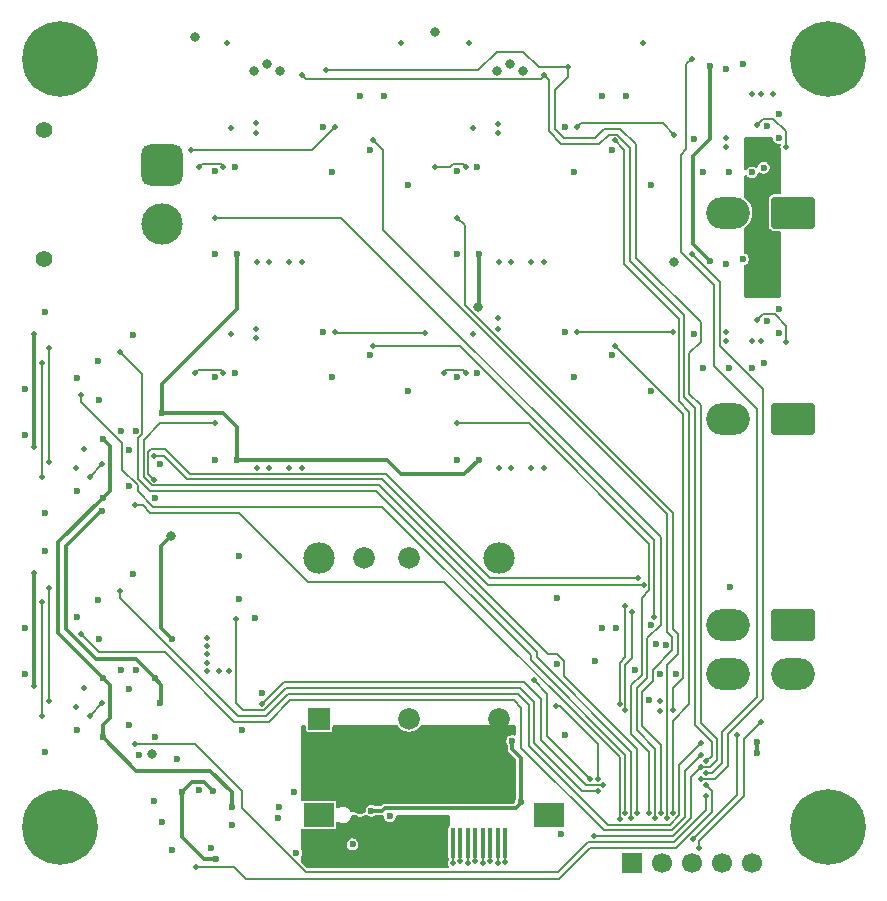
<source format=gbr>
%TF.GenerationSoftware,KiCad,Pcbnew,9.0.5*%
%TF.CreationDate,2025-12-30T00:31:24-08:00*%
%TF.ProjectId,vrb,7672622e-6b69-4636-9164-5f7063625858,rev?*%
%TF.SameCoordinates,Original*%
%TF.FileFunction,Copper,L6,Bot*%
%TF.FilePolarity,Positive*%
%FSLAX46Y46*%
G04 Gerber Fmt 4.6, Leading zero omitted, Abs format (unit mm)*
G04 Created by KiCad (PCBNEW 9.0.5) date 2025-12-30 00:31:24*
%MOMM*%
%LPD*%
G01*
G04 APERTURE LIST*
G04 Aperture macros list*
%AMRoundRect*
0 Rectangle with rounded corners*
0 $1 Rounding radius*
0 $2 $3 $4 $5 $6 $7 $8 $9 X,Y pos of 4 corners*
0 Add a 4 corners polygon primitive as box body*
4,1,4,$2,$3,$4,$5,$6,$7,$8,$9,$2,$3,0*
0 Add four circle primitives for the rounded corners*
1,1,$1+$1,$2,$3*
1,1,$1+$1,$4,$5*
1,1,$1+$1,$6,$7*
1,1,$1+$1,$8,$9*
0 Add four rect primitives between the rounded corners*
20,1,$1+$1,$2,$3,$4,$5,0*
20,1,$1+$1,$4,$5,$6,$7,0*
20,1,$1+$1,$6,$7,$8,$9,0*
20,1,$1+$1,$8,$9,$2,$3,0*%
G04 Aperture macros list end*
%TA.AperFunction,ComponentPad*%
%ADD10C,3.600000*%
%TD*%
%TA.AperFunction,ConnectorPad*%
%ADD11C,6.400000*%
%TD*%
%TA.AperFunction,ComponentPad*%
%ADD12RoundRect,0.250001X-1.599999X1.099999X-1.599999X-1.099999X1.599999X-1.099999X1.599999X1.099999X0*%
%TD*%
%TA.AperFunction,ComponentPad*%
%ADD13O,3.700000X2.700000*%
%TD*%
%TA.AperFunction,ComponentPad*%
%ADD14R,1.700000X1.700000*%
%TD*%
%TA.AperFunction,ComponentPad*%
%ADD15C,1.700000*%
%TD*%
%TA.AperFunction,ComponentPad*%
%ADD16R,1.830000X1.830000*%
%TD*%
%TA.AperFunction,ComponentPad*%
%ADD17C,1.830000*%
%TD*%
%TA.AperFunction,ComponentPad*%
%ADD18C,2.655000*%
%TD*%
%TA.AperFunction,ComponentPad*%
%ADD19C,1.400000*%
%TD*%
%TA.AperFunction,ComponentPad*%
%ADD20RoundRect,0.770000X0.980000X-0.980000X0.980000X0.980000X-0.980000X0.980000X-0.980000X-0.980000X0*%
%TD*%
%TA.AperFunction,ComponentPad*%
%ADD21C,3.500000*%
%TD*%
%TA.AperFunction,SMDPad,CuDef*%
%ADD22R,0.350000X2.500000*%
%TD*%
%TA.AperFunction,SMDPad,CuDef*%
%ADD23R,2.500000X2.000000*%
%TD*%
%TA.AperFunction,ViaPad*%
%ADD24C,0.500000*%
%TD*%
%TA.AperFunction,ViaPad*%
%ADD25C,0.600000*%
%TD*%
%TA.AperFunction,ViaPad*%
%ADD26C,0.800000*%
%TD*%
%TA.AperFunction,Conductor*%
%ADD27C,0.150000*%
%TD*%
%TA.AperFunction,Conductor*%
%ADD28C,0.300000*%
%TD*%
%TA.AperFunction,Conductor*%
%ADD29C,0.350000*%
%TD*%
%TA.AperFunction,Conductor*%
%ADD30C,0.200000*%
%TD*%
G04 APERTURE END LIST*
D10*
%TO.P,H3,1,1*%
%TO.N,GND*%
X143000000Y-130000000D03*
D11*
X143000000Y-130000000D03*
%TD*%
D12*
%TO.P,J4,1,Pin_1*%
%TO.N,GND*%
X140050000Y-78000000D03*
D13*
%TO.P,J4,2,Pin_2*%
%TO.N,/RC Radio/VOUT*%
X134550000Y-78000000D03*
%TD*%
D12*
%TO.P,J10,1,Pin_1*%
%TO.N,/CM_VOUT*%
X140000000Y-112900000D03*
D13*
%TO.P,J10,2,Pin_2*%
X140000000Y-117100000D03*
%TO.P,J10,3,Pin_3*%
%TO.N,GND*%
X134500000Y-112900000D03*
%TO.P,J10,4,Pin_4*%
X134500000Y-117100000D03*
%TD*%
D10*
%TO.P,H1,1,1*%
%TO.N,GND*%
X78000000Y-65000000D03*
D11*
X78000000Y-65000000D03*
%TD*%
D12*
%TO.P,J3,1,Pin_1*%
%TO.N,GND*%
X140050000Y-95450000D03*
D13*
%TO.P,J3,2,Pin_2*%
%TO.N,/Telemetry Radio/VOUT*%
X134550000Y-95450000D03*
%TD*%
D14*
%TO.P,J8,1,Pin_1*%
%TO.N,+3V3*%
X126420000Y-133100000D03*
D15*
%TO.P,J8,2,Pin_2*%
%TO.N,/USART1_TX_DEBUG*%
X128960000Y-133100000D03*
%TO.P,J8,3,Pin_3*%
%TO.N,/SWDIO*%
X131500000Y-133100000D03*
%TO.P,J8,4,Pin_4*%
%TO.N,/SWCLK*%
X134040000Y-133100000D03*
%TO.P,J8,5,Pin_5*%
%TO.N,GND*%
X136580000Y-133100000D03*
%TD*%
D10*
%TO.P,H2,1,1*%
%TO.N,GND*%
X143000000Y-65000000D03*
D11*
X143000000Y-65000000D03*
%TD*%
D16*
%TO.P,U12,1,VIN+*%
%TO.N,+BATT*%
X99931474Y-120850000D03*
D17*
%TO.P,U12,2,ON*%
%TO.N,/CM_EN*%
X107551474Y-120850000D03*
%TO.P,U12,3,VIN-*%
%TO.N,GND*%
X115171474Y-120850000D03*
D18*
%TO.P,U12,4,VOUT-*%
%TO.N,Net-(U12-VOUT-)*%
X115171474Y-107250000D03*
D17*
%TO.P,U12,6,TRIM*%
%TO.N,Net-(U12-TRIM)*%
X107551474Y-107250000D03*
%TO.P,U12,7,SENSE*%
%TO.N,/Compute Module Domain/ISENSE+*%
X103741474Y-107250000D03*
D18*
%TO.P,U12,8,VOUT+*%
X99931474Y-107250000D03*
%TD*%
D19*
%TO.P,J11,*%
%TO.N,*%
X76600000Y-81976750D03*
X76600000Y-70976750D03*
D20*
%TO.P,J11,1,Pin_1*%
%TO.N,+BATT*%
X86600000Y-73976750D03*
D21*
%TO.P,J11,2,Pin_2*%
%TO.N,GND*%
X86600000Y-78976750D03*
%TD*%
D10*
%TO.P,H4,1,1*%
%TO.N,GND*%
X78000000Y-130000000D03*
D11*
X78000000Y-130000000D03*
%TD*%
D22*
%TO.P,J12,1,Pin_1*%
%TO.N,GND*%
X103618610Y-126650000D03*
%TO.P,J12,2,Pin_2*%
X104253610Y-126650000D03*
%TO.P,J12,3,Pin_3*%
X104888610Y-126650000D03*
%TO.P,J12,4,Pin_4*%
X105523610Y-126650000D03*
%TO.P,J12,5,Pin_5*%
X106158610Y-126650000D03*
%TO.P,J12,6,Pin_6*%
X106793610Y-126650000D03*
%TO.P,J12,7,Pin_7*%
X107428610Y-126650000D03*
%TO.P,J12,8,Pin_8*%
X108063610Y-126650000D03*
%TO.P,J12,9,Pin_9*%
X108698610Y-126650000D03*
%TO.P,J12,10,Pin_10*%
X109333610Y-126650000D03*
%TO.P,J12,11,Pin_11*%
X109968610Y-126650000D03*
%TO.P,J12,12,Pin_12*%
X110603610Y-126650000D03*
%TO.P,J12,13,Pin_13*%
X111238610Y-126650000D03*
%TO.P,J12,14,Pin_14*%
X111873610Y-126650000D03*
%TO.P,J12,15,Pin_15*%
X112508610Y-126650000D03*
%TO.P,J12,16,Pin_16*%
X113143610Y-126650000D03*
%TO.P,J12,17,Pin_17*%
X113778610Y-126650000D03*
%TO.P,J12,18,Pin_18*%
X114413610Y-126650000D03*
%TO.P,J12,19,Pin_19*%
X115048610Y-126650000D03*
%TO.P,J12,20,Pin_20*%
X115683610Y-126650000D03*
%TO.P,J12,21,Pin_21*%
%TO.N,+BATT*%
X103618610Y-131350000D03*
%TO.P,J12,22,Pin_22*%
X104253610Y-131350000D03*
%TO.P,J12,23,Pin_23*%
X104888610Y-131350000D03*
%TO.P,J12,24,Pin_24*%
X105523610Y-131350000D03*
%TO.P,J12,25,Pin_25*%
X106158610Y-131350000D03*
%TO.P,J12,26,Pin_26*%
X106793610Y-131350000D03*
%TO.P,J12,27,Pin_27*%
X107428610Y-131350000D03*
%TO.P,J12,28,Pin_28*%
X108063610Y-131350000D03*
%TO.P,J12,29,Pin_29*%
X108698610Y-131350000D03*
%TO.P,J12,30,Pin_30*%
X109333610Y-131350000D03*
%TO.P,J12,31,Pin_31*%
X109968610Y-131350000D03*
%TO.P,J12,32,Pin_32*%
X110603610Y-131350000D03*
%TO.P,J12,33,Pin_33*%
%TO.N,/IESC1*%
X111238610Y-131350000D03*
%TO.P,J12,34,Pin_34*%
%TO.N,/IESC2*%
X111873610Y-131350000D03*
%TO.P,J12,35,Pin_35*%
%TO.N,/IESC3*%
X112508610Y-131350000D03*
%TO.P,J12,36,Pin_36*%
%TO.N,/IESC4*%
X113143610Y-131350000D03*
%TO.P,J12,37,Pin_37*%
%TO.N,/IPAYLOAD*%
X113778610Y-131350000D03*
%TO.P,J12,38,Pin_38*%
%TO.N,/RESV0*%
X114413610Y-131350000D03*
%TO.P,J12,39,Pin_39*%
%TO.N,/RESV1*%
X115048610Y-131350000D03*
%TO.P,J12,40,Pin_40*%
%TO.N,/RESV2*%
X115683610Y-131350000D03*
D23*
%TO.P,J12,P1*%
%TO.N,N/C*%
X99916130Y-129000000D03*
%TO.P,J12,P2*%
X119386090Y-129000000D03*
%TD*%
D24*
%TO.N,/I2C3_SCL_SMBUS*%
X100475000Y-65950000D03*
%TO.N,/I2C3_SDA_SMBUS*%
X98450000Y-66350000D03*
D25*
%TO.N,GND*%
X91125000Y-98950000D03*
X98000000Y-132200000D03*
X135800000Y-81950000D03*
D24*
X97375000Y-82200000D03*
D26*
X94400000Y-66000000D03*
D25*
X79380000Y-92006000D03*
D24*
X117875000Y-82200000D03*
D25*
X104225000Y-90100000D03*
X107475000Y-93100000D03*
X76686842Y-123686000D03*
X120755000Y-88150000D03*
D26*
X108400000Y-122600000D03*
X107000000Y-122600000D03*
D25*
X100975000Y-91950000D03*
X76686842Y-106650000D03*
D24*
X118975000Y-99600000D03*
D26*
X102200000Y-126200000D03*
D25*
X93400000Y-121850000D03*
X127975000Y-75700000D03*
X93100000Y-110750000D03*
X134400000Y-82350000D03*
X127850000Y-119300000D03*
X92770000Y-74150000D03*
X107475000Y-75700000D03*
X91125000Y-81550000D03*
D26*
X102200000Y-127200000D03*
D24*
X79986842Y-118236000D03*
D26*
X102800000Y-122600000D03*
D25*
X79380000Y-121850000D03*
X134400000Y-65837500D03*
D24*
X117875000Y-99600000D03*
D25*
X128450000Y-114500000D03*
X138825000Y-88170000D03*
X83780000Y-98106000D03*
X81180000Y-90556000D03*
X125050000Y-113200000D03*
X85950000Y-127850000D03*
X132450000Y-91125000D03*
X100975000Y-74550000D03*
D26*
X100800000Y-127200000D03*
D24*
X98475000Y-82200000D03*
D26*
X104200000Y-122600000D03*
D24*
X79337176Y-119900000D03*
D25*
X113270000Y-74150000D03*
D26*
X111200000Y-122600000D03*
D25*
X91125000Y-91900000D03*
X74986842Y-92942000D03*
X92770000Y-91550000D03*
X102750000Y-131500000D03*
X113270000Y-91550000D03*
X128777834Y-117075000D03*
X103400000Y-128650000D03*
D26*
X116100000Y-65400000D03*
D25*
X111625000Y-74500000D03*
X85980000Y-122400000D03*
X120400000Y-130600000D03*
D26*
X114000000Y-122600000D03*
D25*
X124725000Y-72700000D03*
X81180000Y-110800000D03*
X95076474Y-118650000D03*
D26*
X99400000Y-127200000D03*
D25*
X134600000Y-74612500D03*
X111625000Y-98950000D03*
X129250000Y-114600000D03*
X128000000Y-112900000D03*
D26*
X96600000Y-66000000D03*
D25*
X81280000Y-114100000D03*
X85980000Y-102156000D03*
X138825000Y-86145000D03*
X123300000Y-116000000D03*
X74986842Y-113186000D03*
X92500000Y-129900000D03*
X87500000Y-131950000D03*
X81280000Y-93856000D03*
X96400000Y-129300000D03*
D26*
X109800000Y-122600000D03*
D25*
X104225000Y-72700000D03*
X121475000Y-74550000D03*
X137549277Y-74197464D03*
D24*
X92125000Y-63650000D03*
X79986842Y-97992000D03*
D25*
X120755000Y-70750000D03*
X137549277Y-90709964D03*
D26*
X89400000Y-63100000D03*
D24*
X97375000Y-99600000D03*
D25*
X91125000Y-74500000D03*
X130100000Y-117100000D03*
X83180000Y-116750000D03*
X135800000Y-65437500D03*
D24*
X118975000Y-82200000D03*
D25*
X94500000Y-112350000D03*
D26*
X117200000Y-66000000D03*
D25*
X76686842Y-86406000D03*
X93100000Y-107100000D03*
D24*
X98475000Y-99600000D03*
D25*
X79380000Y-112250000D03*
X111625000Y-91900000D03*
X136550000Y-91125000D03*
X83780000Y-118350000D03*
X120082174Y-116198290D03*
X90775000Y-131800000D03*
X105900000Y-129100000D03*
X124725000Y-90100000D03*
X97750000Y-127050000D03*
D26*
X112600000Y-122600000D03*
D25*
X83780000Y-101156000D03*
D26*
X99400000Y-126200000D03*
D25*
X76686842Y-103442000D03*
X136550000Y-74612500D03*
X84380000Y-116750000D03*
X138825000Y-69632500D03*
D26*
X95500000Y-65400000D03*
D25*
X89785000Y-126900000D03*
D26*
X105600000Y-122600000D03*
D24*
X79337176Y-99656000D03*
D25*
X74986842Y-96842000D03*
X132450000Y-74612500D03*
D26*
X115000000Y-66000000D03*
X109700000Y-62700000D03*
D25*
X111625000Y-81550000D03*
X74986842Y-117086000D03*
X100255000Y-88150000D03*
X84160000Y-108598254D03*
X100255000Y-70750000D03*
X79380000Y-101606000D03*
X131650000Y-71737500D03*
X121475000Y-91950000D03*
X134700000Y-109700000D03*
X126650000Y-116700000D03*
X84160000Y-88354254D03*
D26*
X100800000Y-126200000D03*
D25*
X138825000Y-71657500D03*
X120100000Y-110600000D03*
D24*
X127325000Y-63650000D03*
X106825000Y-63650000D03*
X112625000Y-63650000D03*
D25*
X134600000Y-91125000D03*
X127975000Y-93100000D03*
X83180000Y-96506000D03*
X131650000Y-88250000D03*
X83780000Y-121400000D03*
X84380000Y-96506000D03*
%TO.N,VBUS1*%
X87500000Y-114150000D03*
D26*
X87400000Y-105400000D03*
D25*
X90900000Y-126950000D03*
D26*
X85800000Y-123825000D03*
D25*
X88300000Y-127050000D03*
X91150000Y-132700000D03*
%TO.N,+3V3*%
X117000000Y-127950000D03*
D24*
X128800000Y-120200000D03*
D25*
X113425000Y-98950000D03*
D26*
X113400000Y-86000000D03*
D25*
X137000000Y-122800000D03*
X92500000Y-128350000D03*
X81580000Y-102156000D03*
X86600000Y-95000000D03*
X133050000Y-65607500D03*
D24*
X128800000Y-119400000D03*
D25*
X113425000Y-81550000D03*
X120750000Y-122200000D03*
X137000000Y-123800000D03*
D26*
X130000000Y-82200000D03*
D25*
X81580000Y-97156000D03*
X116250000Y-122750000D03*
X92925000Y-81550000D03*
X104350000Y-128650000D03*
X123850000Y-113200000D03*
X133050000Y-82120000D03*
X92925000Y-98950000D03*
X96550000Y-128350000D03*
X81580000Y-117400000D03*
X81580000Y-122400000D03*
%TO.N,+5V*%
X86430000Y-119550000D03*
X85980000Y-117400000D03*
X81500000Y-103300000D03*
X84650000Y-123900000D03*
X86430000Y-99306000D03*
D24*
%TO.N,+BATT*%
X101600000Y-133200000D03*
X95675000Y-99600000D03*
X112970000Y-88262500D03*
X92470000Y-70862500D03*
X94675000Y-82200000D03*
X116175000Y-82200000D03*
X105600000Y-133200000D03*
D26*
X100400000Y-131000000D03*
D24*
X115175000Y-82200000D03*
D26*
X99200000Y-132200000D03*
D24*
X102600000Y-133200000D03*
X116175000Y-99600000D03*
X94675000Y-99600000D03*
X115175000Y-99600000D03*
X95675000Y-82200000D03*
D26*
X101600000Y-132200000D03*
D24*
X112970000Y-70862500D03*
X99200000Y-133200000D03*
D26*
X101600000Y-131000000D03*
D24*
X103600000Y-133200000D03*
X104600000Y-133200000D03*
D26*
X100400000Y-132200000D03*
D24*
X92470000Y-88262500D03*
X100400000Y-133200000D03*
D26*
X99200000Y-131000000D03*
D24*
%TO.N,/FMU1_VOUT*%
X94550000Y-70450000D03*
D25*
X105400000Y-68100000D03*
D24*
X94550000Y-71250000D03*
D25*
X103400000Y-68100000D03*
%TO.N,/FMU2_VOUT*%
X123900000Y-68100000D03*
D24*
X136600000Y-67987500D03*
X138350000Y-67987500D03*
D25*
X125900000Y-68100000D03*
D24*
X137300000Y-67987500D03*
X115050000Y-71300000D03*
D25*
X137850000Y-70687500D03*
D24*
X115050000Y-70500000D03*
%TO.N,/RADIO_VOUT*%
X115050000Y-87850000D03*
X137300000Y-84500000D03*
X136600000Y-84500000D03*
X115050000Y-86950000D03*
X136600000Y-72337500D03*
X138350000Y-84500000D03*
X138350000Y-72337500D03*
D25*
X137850000Y-87200000D03*
D24*
X137300000Y-72337500D03*
%TO.N,/RADAR_VOUT*%
X94550000Y-88650000D03*
X136600000Y-88850000D03*
X137300000Y-88850000D03*
X94550000Y-87900000D03*
%TO.N,/CM_VOUT*%
X90400000Y-115400000D03*
X90400000Y-114700000D03*
X90400000Y-116800000D03*
X91400000Y-116800000D03*
X90400000Y-114000000D03*
X92300000Y-116800000D03*
X90400000Y-116100000D03*
%TO.N,/CAN2_STATUS*%
X79780000Y-113700000D03*
X132250000Y-123950000D03*
%TO.N,/FMU1_STATUS*%
X128850000Y-128850000D03*
X104450000Y-71900000D03*
%TO.N,/FMU2_STATUS*%
X124950000Y-71900000D03*
X129850000Y-128850000D03*
%TO.N,/RADIO_STATUS*%
X129850000Y-120100000D03*
X124950000Y-89300000D03*
%TO.N,/RADAR_STATUS*%
X128282974Y-112205428D03*
X104450000Y-89300000D03*
%TO.N,/CAN1_STATUS*%
X79780000Y-93456000D03*
X125850000Y-128850000D03*
%TO.N,/CM_STATUS*%
X122850000Y-125975000D03*
X118100000Y-117600000D03*
%TO.N,/CANFD 2 (Redundant)/FDCAN_P*%
X77030000Y-109750000D03*
X77030000Y-119350000D03*
%TO.N,/CANFD 2 (Redundant)/FDCAN_N*%
X76480000Y-111000000D03*
X76480000Y-120600000D03*
X80536842Y-120600000D03*
X81572842Y-119562500D03*
D25*
%TO.N,VBUS2*%
X86650000Y-129570000D03*
X87850000Y-124300000D03*
D24*
%TO.N,/CANFD 1 (Primary)/FDCAN_P*%
X77030000Y-99106000D03*
X77030000Y-89506000D03*
%TO.N,/CANFD 1 (Primary)/FDCAN_N*%
X81572842Y-99318500D03*
X80536842Y-100356000D03*
X76480000Y-100356000D03*
X76480000Y-90756000D03*
%TO.N,/CAN2_SILENT*%
X132678030Y-127439176D03*
X84350000Y-122994000D03*
%TO.N,/CAN2_TERM*%
X132250000Y-122950000D03*
X83080000Y-110050000D03*
%TO.N,/FMU1_VSENSE*%
X89050000Y-72700000D03*
X101250000Y-70750000D03*
%TO.N,/FMU1_EN*%
X128350000Y-129300000D03*
X91125000Y-78450000D03*
%TO.N,/FMU2_VSENSE*%
X125850001Y-120134666D03*
X130000000Y-71400000D03*
X121750000Y-70750000D03*
X126400000Y-111800000D03*
%TO.N,/FMU2_EN*%
X111625000Y-78450000D03*
X129350001Y-129265334D03*
%TO.N,/RADIO_VSENSE*%
X125850000Y-111300000D03*
X121750000Y-88150000D03*
X125350000Y-119600000D03*
X129850000Y-88150000D03*
%TO.N,/RADIO_EN*%
X127850000Y-128850000D03*
X111625000Y-95850000D03*
%TO.N,/RADAR_VSENSE*%
X108850000Y-88200000D03*
X101250000Y-88150000D03*
%TO.N,/RADAR_EN*%
X91125000Y-95850000D03*
X126850000Y-128850000D03*
%TO.N,/CAN1_SILENT*%
X84350000Y-102750000D03*
X125350000Y-129350000D03*
%TO.N,/CM_VSENSE*%
X92850000Y-112450000D03*
X123534665Y-126950001D03*
%TO.N,/CAN1_TERM*%
X83080000Y-89806000D03*
X126350001Y-129265335D03*
%TO.N,/CM_EN*%
X119976474Y-119775000D03*
X123534666Y-125949999D03*
%TO.N,/CANFD 2 (Redundant)/VIN*%
X75786842Y-118100000D03*
X75786842Y-108500000D03*
%TO.N,/IESC1*%
X111244405Y-133057649D03*
%TO.N,/FMU1_ISENSE*%
X91820000Y-74150000D03*
X89750000Y-74150000D03*
%TO.N,/FMU2_ISENSE*%
X112320000Y-74150000D03*
X109700000Y-74150000D03*
%TO.N,/RADIO_ISENSE*%
X110450000Y-91550000D03*
X112320000Y-91550000D03*
%TO.N,/RADAR_ISENSE*%
X89400000Y-91550000D03*
X91820000Y-91550000D03*
%TO.N,/FDCAN1_RX*%
X85930000Y-98656000D03*
X127401000Y-109531310D03*
%TO.N,/FDCAN1_TX*%
X85930000Y-100606000D03*
X126900000Y-108950000D03*
%TO.N,/CM_ISENSE*%
X123950000Y-126450000D03*
X95100000Y-119600000D03*
%TO.N,/RC Radio/VOUT*%
X134396250Y-72446250D03*
X134400000Y-71650000D03*
%TO.N,/Telemetry Radio/VOUT*%
X134400000Y-88900000D03*
X134400000Y-88150000D03*
%TO.N,/I2C3_SCL_SMBUS*%
X132250000Y-124950000D03*
X123200000Y-130800000D03*
X120975000Y-65700000D03*
%TO.N,/I2C3_SDA_SMBUS*%
X132665335Y-124449999D03*
X131575001Y-131021015D03*
X135300000Y-122200000D03*
X118975000Y-66400000D03*
%TO.N,/TELEM_STATUS*%
X132250000Y-125950000D03*
X131450000Y-81500000D03*
%TO.N,/Telemetry Radio/OV2*%
X136997118Y-87113234D03*
X139425000Y-88950000D03*
%TO.N,/RC_STATUS*%
X132665334Y-125450001D03*
X131450000Y-64987500D03*
%TO.N,/RC Radio/OV2*%
X136997118Y-70600734D03*
X139425000Y-72437500D03*
%TO.N,/USART1_TX_DEBUG*%
X132050000Y-131775000D03*
X137300000Y-121175000D03*
%TO.N,/CANFD 1 (Primary)/VIN*%
X75786842Y-88256000D03*
X75786842Y-97856000D03*
%TO.N,/RESV0*%
X114414737Y-132909692D03*
%TO.N,/IESC3*%
X112509435Y-133053295D03*
%TO.N,/RESV1*%
X115044730Y-133069728D03*
%TO.N,/IESC4*%
X113145343Y-132918671D03*
%TO.N,/IPAYLOAD*%
X113781031Y-133054330D03*
%TO.N,/RESV2*%
X115683610Y-132950000D03*
%TO.N,/IESC2*%
X111875000Y-132900000D03*
%TO.N,/REG_STATUS*%
X132665335Y-126449999D03*
X89500000Y-133400000D03*
%TD*%
D27*
%TO.N,/I2C3_SCL_SMBUS*%
X120975000Y-65700000D02*
X118500000Y-65700000D01*
X118500000Y-65700000D02*
X117200000Y-64400000D01*
X117200000Y-64400000D02*
X114950000Y-64400000D01*
X114950000Y-64400000D02*
X113400000Y-65950000D01*
X113400000Y-65950000D02*
X100475000Y-65950000D01*
%TO.N,/I2C3_SDA_SMBUS*%
X98450000Y-66350000D02*
X98776000Y-66676000D01*
X98776000Y-66676000D02*
X118699000Y-66676000D01*
X118699000Y-66676000D02*
X118975000Y-66400000D01*
D28*
%TO.N,VBUS1*%
X88300000Y-127050000D02*
X88300000Y-130850000D01*
X88300000Y-130850000D02*
X90150000Y-132700000D01*
D29*
X90900000Y-126950000D02*
X90174000Y-126224000D01*
X89126000Y-126224000D02*
X88300000Y-127050000D01*
X87400000Y-105400000D02*
X86550000Y-106250000D01*
X90174000Y-126224000D02*
X89126000Y-126224000D01*
D28*
X90150000Y-132700000D02*
X91150000Y-132700000D01*
D29*
X86550000Y-106250000D02*
X86550000Y-113200000D01*
X86550000Y-113200000D02*
X87500000Y-114150000D01*
%TO.N,+3V3*%
X86600000Y-95000000D02*
X86600000Y-92500000D01*
X131600000Y-80670000D02*
X131600000Y-73200000D01*
X105250000Y-128650000D02*
X105476000Y-128424000D01*
X86600000Y-92500000D02*
X92925000Y-86175000D01*
X116250000Y-123400000D02*
X117000000Y-124150000D01*
X105476000Y-128424000D02*
X116576000Y-128424000D01*
X92925000Y-98950000D02*
X92925000Y-96175000D01*
X113425000Y-81550000D02*
X113425000Y-85975000D01*
X117000000Y-124150000D02*
X117000000Y-127950000D01*
X133050000Y-71750000D02*
X133050000Y-65607500D01*
X131600000Y-73200000D02*
X133050000Y-71750000D01*
X112225000Y-100150000D02*
X106850000Y-100150000D01*
X81580000Y-117380000D02*
X77800000Y-113600000D01*
X81580000Y-117400000D02*
X81580000Y-117380000D01*
X113425000Y-85975000D02*
X113400000Y-86000000D01*
X81580000Y-117400000D02*
X82198842Y-118018842D01*
X92500000Y-127100000D02*
X90650000Y-125250000D01*
X82198842Y-118018842D02*
X82198842Y-120801158D01*
X77800000Y-113600000D02*
X77800000Y-105936000D01*
X84430000Y-125250000D02*
X81580000Y-122400000D01*
X116250000Y-122750000D02*
X116250000Y-123400000D01*
X77800000Y-105936000D02*
X81580000Y-102156000D01*
X104350000Y-128650000D02*
X105250000Y-128650000D01*
X92925000Y-96175000D02*
X91750000Y-95000000D01*
X117000000Y-128000000D02*
X117000000Y-127950000D01*
X106850000Y-100150000D02*
X105650000Y-98950000D01*
X81580000Y-121420000D02*
X81580000Y-122400000D01*
X133050000Y-82120000D02*
X131600000Y-80670000D01*
X92925000Y-86175000D02*
X92925000Y-81550000D01*
X81580000Y-102156000D02*
X82198842Y-101537158D01*
X92500000Y-128350000D02*
X92500000Y-127100000D01*
X90650000Y-125250000D02*
X84430000Y-125250000D01*
X91750000Y-95000000D02*
X86600000Y-95000000D01*
X82198842Y-120801158D02*
X81580000Y-121420000D01*
X113425000Y-98950000D02*
X112225000Y-100150000D01*
X137000000Y-122800000D02*
X137000000Y-123800000D01*
X82198842Y-101537158D02*
X82198842Y-97774842D01*
X105650000Y-98950000D02*
X92925000Y-98950000D01*
X116576000Y-128424000D02*
X117000000Y-128000000D01*
X82198842Y-97774842D02*
X81580000Y-97156000D01*
%TO.N,+5V*%
X81450000Y-103300000D02*
X81500000Y-103300000D01*
X85980000Y-117380000D02*
X84400000Y-115800000D01*
X86430000Y-119550000D02*
X86556000Y-119424000D01*
X78500000Y-106250000D02*
X81450000Y-103300000D01*
X85980000Y-117400000D02*
X85980000Y-117380000D01*
X86556000Y-117976000D02*
X85980000Y-117400000D01*
X80994702Y-115800000D02*
X84400000Y-115800000D01*
X86556000Y-119424000D02*
X86556000Y-117976000D01*
X78500000Y-113305298D02*
X78500000Y-106250000D01*
X78500000Y-113305298D02*
X80994702Y-115800000D01*
D27*
%TO.N,/CAN2_STATUS*%
X79780000Y-113705000D02*
X79780000Y-113700000D01*
X117050000Y-119950000D02*
X116400000Y-119300000D01*
X95650000Y-121100000D02*
X92750000Y-121100000D01*
X116400000Y-119300000D02*
X97450000Y-119300000D01*
X130900000Y-125300000D02*
X130900000Y-129200000D01*
X124000000Y-130300000D02*
X117050000Y-123350000D01*
X97450000Y-119300000D02*
X95650000Y-121100000D01*
X129800000Y-130300000D02*
X124000000Y-130300000D01*
X132250000Y-123950000D02*
X130900000Y-125300000D01*
X117050000Y-123350000D02*
X117050000Y-119950000D01*
X86850000Y-115200000D02*
X81275000Y-115200000D01*
X92750000Y-121100000D02*
X86850000Y-115200000D01*
X130900000Y-129200000D02*
X129800000Y-130300000D01*
X81275000Y-115200000D02*
X79780000Y-113705000D01*
%TO.N,/FMU1_STATUS*%
X128850000Y-123050000D02*
X127274000Y-121474000D01*
X129350000Y-113499264D02*
X129350000Y-103500000D01*
X104450000Y-71900000D02*
X105300000Y-72750000D01*
X129826000Y-115074000D02*
X129826000Y-113975264D01*
X128850000Y-128850000D02*
X128850000Y-123050000D01*
X127274000Y-118576000D02*
X128202834Y-117647166D01*
X105300000Y-79450000D02*
X105300000Y-72750000D01*
X127274000Y-121474000D02*
X127274000Y-118576000D01*
X128202834Y-117647166D02*
X128202834Y-116697166D01*
X129350000Y-103500000D02*
X105300000Y-79450000D01*
X129826000Y-113975264D02*
X129350000Y-113499264D01*
X128202834Y-116697166D02*
X129826000Y-115074000D01*
%TO.N,/FMU2_STATUS*%
X130375000Y-93975000D02*
X131250000Y-94850000D01*
X131250000Y-119625000D02*
X129850000Y-121025000D01*
X131250000Y-94850000D02*
X131250000Y-119625000D01*
X125725000Y-72675000D02*
X125725000Y-82358940D01*
X129850000Y-121025000D02*
X129850000Y-128850000D01*
X130375000Y-87008940D02*
X130375000Y-93975000D01*
X125725000Y-82358940D02*
X130375000Y-87008940D01*
X124950000Y-71900000D02*
X125725000Y-72675000D01*
%TO.N,/RADIO_STATUS*%
X129850000Y-120100000D02*
X129850000Y-118300000D01*
X130725000Y-117425000D02*
X130725000Y-95035412D01*
X130725000Y-95035412D02*
X124989588Y-89300000D01*
X124989588Y-89300000D02*
X124950000Y-89300000D01*
X129850000Y-118300000D02*
X130725000Y-117425000D01*
%TO.N,/RADAR_STATUS*%
X104450000Y-89300000D02*
X111834588Y-89300000D01*
X128275000Y-105740412D02*
X128275000Y-112360412D01*
X111834588Y-89300000D02*
X128275000Y-105740412D01*
%TO.N,/CAN1_STATUS*%
X83200000Y-99761412D02*
X84550000Y-101111412D01*
X83200000Y-97500000D02*
X83200000Y-99761412D01*
X117850000Y-115500000D02*
X117850000Y-115900000D01*
X84550000Y-101111412D02*
X84550000Y-101600000D01*
X79780000Y-94080000D02*
X83200000Y-97500000D01*
X85850000Y-102900000D02*
X105250000Y-102900000D01*
X79780000Y-93456000D02*
X79780000Y-94080000D01*
X117850000Y-115900000D02*
X125850000Y-123900000D01*
X125850000Y-123900000D02*
X125850000Y-128850000D01*
X105250000Y-102900000D02*
X117850000Y-115500000D01*
X84550000Y-101600000D02*
X85850000Y-102900000D01*
%TO.N,/CM_STATUS*%
X119225000Y-122325000D02*
X119225000Y-118725000D01*
X122850000Y-125950000D02*
X119225000Y-122325000D01*
X119225000Y-118725000D02*
X118100000Y-117600000D01*
X122850000Y-125975000D02*
X122850000Y-125950000D01*
D30*
%TO.N,/CANFD 2 (Redundant)/FDCAN_P*%
X77030000Y-119350000D02*
X77030000Y-109750000D01*
%TO.N,/CANFD 2 (Redundant)/FDCAN_N*%
X76480000Y-111000000D02*
X76480000Y-120600000D01*
X80536842Y-120598500D02*
X80536842Y-120600000D01*
X81572842Y-119562500D02*
X80536842Y-120598500D01*
%TO.N,/CANFD 1 (Primary)/FDCAN_P*%
X77030000Y-99106000D02*
X77030000Y-89506000D01*
%TO.N,/CANFD 1 (Primary)/FDCAN_N*%
X76480000Y-90756000D02*
X76480000Y-100356000D01*
X80536842Y-100354500D02*
X80536842Y-100356000D01*
X81572842Y-99318500D02*
X80536842Y-100354500D01*
D27*
%TO.N,/CAN2_SILENT*%
X120150000Y-133800000D02*
X122650000Y-131300000D01*
X84350000Y-122994000D02*
X89394000Y-122994000D01*
X129950000Y-131300000D02*
X132678030Y-128571970D01*
X93400000Y-127000000D02*
X93400000Y-128435412D01*
X93400000Y-128435412D02*
X98764588Y-133800000D01*
X98764588Y-133800000D02*
X120150000Y-133800000D01*
X122650000Y-131300000D02*
X129950000Y-131300000D01*
X132678030Y-128571970D02*
X132678030Y-127439176D01*
X89394000Y-122994000D02*
X93400000Y-127000000D01*
%TO.N,/CAN2_TERM*%
X117650000Y-119700000D02*
X117650000Y-123150000D01*
X117650000Y-123150000D02*
X124350000Y-129850000D01*
X83080000Y-110050000D02*
X83080000Y-110630000D01*
X83080000Y-110630000D02*
X93050000Y-120600000D01*
X130400000Y-124800000D02*
X132250000Y-122950000D01*
X124350000Y-129850000D02*
X129600000Y-129850000D01*
X130400000Y-129050000D02*
X130400000Y-124800000D01*
X129600000Y-129850000D02*
X130400000Y-129050000D01*
X97250000Y-118800000D02*
X116750000Y-118800000D01*
X116750000Y-118800000D02*
X117650000Y-119700000D01*
X93050000Y-120600000D02*
X95450000Y-120600000D01*
X95450000Y-120600000D02*
X97250000Y-118800000D01*
%TO.N,/FMU1_VSENSE*%
X89050000Y-72700000D02*
X99300000Y-72700000D01*
X99300000Y-72700000D02*
X101250000Y-70750000D01*
%TO.N,/FMU1_EN*%
X128825000Y-105475000D02*
X101800000Y-78450000D01*
X128825000Y-112889588D02*
X128825000Y-105475000D01*
X126800000Y-121850000D02*
X126800000Y-118300000D01*
X101800000Y-78450000D02*
X91125000Y-78450000D01*
X128350000Y-129300000D02*
X128350000Y-123400000D01*
X128350000Y-123400000D02*
X126800000Y-121850000D01*
X127700000Y-114014588D02*
X128825000Y-112889588D01*
X126800000Y-118300000D02*
X127700000Y-117400000D01*
X127700000Y-117400000D02*
X127700000Y-114014588D01*
%TO.N,/FMU2_VSENSE*%
X125850001Y-116299999D02*
X125850001Y-120134666D01*
X122100000Y-70400000D02*
X121750000Y-70750000D01*
X126400000Y-111800000D02*
X126400000Y-115750000D01*
X129000000Y-70400000D02*
X122100000Y-70400000D01*
X126400000Y-115750000D02*
X125850001Y-116299999D01*
X130000000Y-71400000D02*
X129000000Y-70400000D01*
%TO.N,/FMU2_EN*%
X129353834Y-116836412D02*
X129350001Y-116832579D01*
X129900000Y-103475000D02*
X112275000Y-85850000D01*
X129350001Y-116832579D02*
X129350001Y-116274999D01*
X129350001Y-117317421D02*
X129353834Y-117313588D01*
X130275000Y-113650000D02*
X129900000Y-113275000D01*
X112275000Y-79100000D02*
X111625000Y-78450000D01*
X129353834Y-117313588D02*
X129353834Y-116836412D01*
X129900000Y-113275000D02*
X129900000Y-103475000D01*
X129350001Y-116274999D02*
X130275000Y-115350000D01*
X130275000Y-115350000D02*
X130275000Y-113650000D01*
X129350001Y-129265334D02*
X129350001Y-117317421D01*
X112275000Y-85850000D02*
X112275000Y-79100000D01*
%TO.N,/RADIO_VSENSE*%
X125350000Y-119600000D02*
X125350000Y-116100000D01*
X125350000Y-116100000D02*
X125824000Y-115626000D01*
X125824000Y-111326000D02*
X125850000Y-111300000D01*
X129850000Y-88150000D02*
X121750000Y-88150000D01*
X125824000Y-115626000D02*
X125824000Y-111326000D01*
%TO.N,/RADIO_EN*%
X127226000Y-117124000D02*
X127226000Y-110611500D01*
X127876000Y-106026000D02*
X117700000Y-95850000D01*
X127226000Y-110611500D02*
X127876000Y-109961500D01*
X126350000Y-122150000D02*
X126350000Y-118000000D01*
X127850000Y-123650000D02*
X126350000Y-122150000D01*
X117700000Y-95850000D02*
X111625000Y-95850000D01*
X126350000Y-118000000D02*
X127226000Y-117124000D01*
X127876000Y-109961500D02*
X127876000Y-106026000D01*
X127850000Y-128850000D02*
X127850000Y-123650000D01*
%TO.N,/RADAR_VSENSE*%
X101300000Y-88200000D02*
X101250000Y-88150000D01*
X108850000Y-88200000D02*
X101300000Y-88200000D01*
%TO.N,/RADAR_EN*%
X120098472Y-115400000D02*
X119300000Y-115400000D01*
X85050000Y-100399166D02*
X85050000Y-97250000D01*
X120658174Y-115959702D02*
X120098472Y-115400000D01*
X104982000Y-101082000D02*
X85732834Y-101082000D01*
X126850000Y-123425000D02*
X120658174Y-117233174D01*
X86450000Y-95850000D02*
X91125000Y-95850000D01*
X120658174Y-117233174D02*
X120658174Y-115959702D01*
X85732834Y-101082000D02*
X85050000Y-100399166D01*
X119300000Y-115400000D02*
X104982000Y-101082000D01*
X85050000Y-97250000D02*
X86450000Y-95850000D01*
X126850000Y-128850000D02*
X126850000Y-123425000D01*
%TO.N,/CAN1_SILENT*%
X98950000Y-109250000D02*
X93100000Y-103400000D01*
X85625000Y-103400000D02*
X84975000Y-102750000D01*
X84975000Y-102750000D02*
X84350000Y-102750000D01*
X110481587Y-109250000D02*
X98950000Y-109250000D01*
X125350000Y-129350000D02*
X125350000Y-124118413D01*
X125350000Y-124118413D02*
X110481587Y-109250000D01*
X93100000Y-103400000D02*
X85625000Y-103400000D01*
%TO.N,/CM_VSENSE*%
X123534665Y-126950001D02*
X122200001Y-126950001D01*
X118150000Y-119450000D02*
X116950000Y-118250000D01*
X93500000Y-120150000D02*
X92850000Y-119500000D01*
X95250000Y-120150000D02*
X93500000Y-120150000D01*
X116950000Y-118250000D02*
X97150000Y-118250000D01*
X118150000Y-122900000D02*
X118150000Y-119450000D01*
X92850000Y-119500000D02*
X92850000Y-112450000D01*
X122200001Y-126950001D02*
X118150000Y-122900000D01*
X97150000Y-118250000D02*
X95250000Y-120150000D01*
%TO.N,/CAN1_TERM*%
X118325000Y-115175000D02*
X104730000Y-101580000D01*
X84600000Y-97100588D02*
X84956000Y-96744588D01*
X84956000Y-96744588D02*
X84956000Y-91682000D01*
X84956000Y-91682000D02*
X83080000Y-89806000D01*
X84600000Y-100550000D02*
X84600000Y-97100588D01*
X126350001Y-129265335D02*
X126350001Y-123650001D01*
X104730000Y-101580000D02*
X85630000Y-101580000D01*
X85630000Y-101580000D02*
X84600000Y-100550000D01*
X118325000Y-115625000D02*
X118325000Y-115175000D01*
X126350001Y-123650001D02*
X118325000Y-115625000D01*
%TO.N,/CM_EN*%
X120325737Y-119775000D02*
X119976474Y-119775000D01*
X123534666Y-122983929D02*
X120325737Y-119775000D01*
X123534666Y-125949999D02*
X123534666Y-122983929D01*
D29*
%TO.N,/CANFD 2 (Redundant)/VIN*%
X75786842Y-108500000D02*
X75786842Y-118100000D01*
D27*
%TO.N,/IESC1*%
X111238610Y-131350000D02*
X111238610Y-133051854D01*
X111238610Y-133051854D02*
X111244405Y-133057649D01*
D30*
%TO.N,/FMU1_ISENSE*%
X90001000Y-73899000D02*
X89750000Y-74150000D01*
X91569000Y-73899000D02*
X90001000Y-73899000D01*
X91820000Y-74150000D02*
X91569000Y-73899000D01*
D27*
%TO.N,/FMU2_ISENSE*%
X109700000Y-74150000D02*
X111000000Y-74150000D01*
X111226000Y-73924000D02*
X112094000Y-73924000D01*
X111000000Y-74150000D02*
X111226000Y-73924000D01*
X112094000Y-73924000D02*
X112320000Y-74150000D01*
%TO.N,/RADIO_ISENSE*%
X110701000Y-91299000D02*
X110450000Y-91550000D01*
X112320000Y-91550000D02*
X112069000Y-91299000D01*
X112069000Y-91299000D02*
X110701000Y-91299000D01*
%TO.N,/RADAR_ISENSE*%
X89400000Y-91550000D02*
X89626000Y-91324000D01*
X89626000Y-91324000D02*
X91594000Y-91324000D01*
X91594000Y-91324000D02*
X91820000Y-91550000D01*
%TO.N,/FDCAN1_RX*%
X86806000Y-98656000D02*
X85930000Y-98656000D01*
X127401000Y-109531310D02*
X114181310Y-109531310D01*
X114181310Y-109531310D02*
X105250000Y-100600000D01*
X105250000Y-100600000D02*
X88750000Y-100600000D01*
X88750000Y-100600000D02*
X86806000Y-98656000D01*
%TO.N,/FDCAN1_TX*%
X85700000Y-98050000D02*
X85454000Y-98296000D01*
X105550000Y-100150000D02*
X89000000Y-100150000D01*
X89000000Y-100150000D02*
X86900000Y-98050000D01*
X126900000Y-108950000D02*
X114350000Y-108950000D01*
X85454000Y-100130000D02*
X85930000Y-100606000D01*
X114350000Y-108950000D02*
X105550000Y-100150000D01*
X85454000Y-98296000D02*
X85454000Y-100130000D01*
X86900000Y-98050000D02*
X85700000Y-98050000D01*
%TO.N,/CM_ISENSE*%
X96950000Y-117750000D02*
X117250000Y-117750000D01*
X122500000Y-126450000D02*
X123950000Y-126450000D01*
X95100000Y-119600000D02*
X96950000Y-117750000D01*
X118700000Y-122650000D02*
X122500000Y-126450000D01*
X118700000Y-119200000D02*
X118700000Y-122650000D01*
X117250000Y-117750000D02*
X118700000Y-119200000D01*
%TO.N,/I2C3_SCL_SMBUS*%
X119875000Y-67625000D02*
X119875000Y-70925000D01*
X131275000Y-89875000D02*
X131275000Y-93350000D01*
X133600000Y-122575000D02*
X133600000Y-124350000D01*
X131400000Y-125800000D02*
X131400000Y-129250000D01*
X120625000Y-71675000D02*
X123250000Y-71675000D01*
X125425000Y-70900000D02*
X126750000Y-72225000D01*
X126750000Y-81825000D02*
X132226000Y-87301000D01*
X126750000Y-72225000D02*
X126750000Y-81825000D01*
X124025000Y-70900000D02*
X125425000Y-70900000D01*
X129850000Y-130800000D02*
X131400000Y-129250000D01*
X132250000Y-94325000D02*
X132250000Y-121225000D01*
X132226000Y-87301000D02*
X132226000Y-88924000D01*
X119875000Y-70925000D02*
X120625000Y-71675000D01*
X120975000Y-66525000D02*
X119875000Y-67625000D01*
X132226000Y-88924000D02*
X131275000Y-89875000D01*
X133600000Y-124350000D02*
X133000000Y-124950000D01*
X131275000Y-93350000D02*
X132250000Y-94325000D01*
X132250000Y-121225000D02*
X133600000Y-122575000D01*
X132250000Y-124950000D02*
X131400000Y-125800000D01*
X129850000Y-130800000D02*
X123200000Y-130800000D01*
X133000000Y-124950000D02*
X132250000Y-124950000D01*
X120975000Y-65700000D02*
X120975000Y-66525000D01*
X123250000Y-71675000D02*
X124025000Y-70900000D01*
%TO.N,/I2C3_SDA_SMBUS*%
X131575001Y-131021015D02*
X135300000Y-127296016D01*
X132665335Y-124449999D02*
X133141335Y-123973999D01*
X123650000Y-72200000D02*
X120425000Y-72200000D01*
X126225000Y-82125000D02*
X126225000Y-72501834D01*
X125147166Y-71424000D02*
X124426000Y-71424000D01*
X130775000Y-93625000D02*
X130775000Y-86675000D01*
X131725000Y-94575000D02*
X130775000Y-93625000D01*
X130775000Y-86675000D02*
X126225000Y-82125000D01*
X120425000Y-72200000D02*
X119350000Y-71125000D01*
X124426000Y-71424000D02*
X123650000Y-72200000D01*
X131725000Y-121400000D02*
X131725000Y-94575000D01*
X119350000Y-66775000D02*
X118975000Y-66400000D01*
X133141335Y-122816335D02*
X131725000Y-121400000D01*
X126225000Y-72501834D02*
X125147166Y-71424000D01*
X119350000Y-67900000D02*
X119350000Y-66775000D01*
X119350000Y-71125000D02*
X119350000Y-67900000D01*
X135300000Y-127296016D02*
X135300000Y-122200000D01*
X133141335Y-123973999D02*
X133141335Y-122816335D01*
%TO.N,/TELEM_STATUS*%
X137475000Y-119175000D02*
X137475000Y-92925000D01*
X132250000Y-125950000D02*
X133425000Y-125950000D01*
X134500000Y-122150000D02*
X137475000Y-119175000D01*
X137475000Y-92925000D02*
X133875000Y-89325000D01*
X134500000Y-124875000D02*
X134500000Y-122150000D01*
X133425000Y-125950000D02*
X134500000Y-124875000D01*
X133875000Y-83925000D02*
X131450000Y-81500000D01*
X133875000Y-89325000D02*
X133875000Y-83925000D01*
%TO.N,/Telemetry Radio/OV2*%
X139425000Y-87575000D02*
X138474000Y-86624000D01*
X139425000Y-88950000D02*
X139425000Y-87575000D01*
X138474000Y-86624000D02*
X137486352Y-86624000D01*
X137486352Y-86624000D02*
X136997118Y-87113234D01*
%TO.N,/RC_STATUS*%
X133199999Y-125450001D02*
X134050000Y-124600000D01*
X136975000Y-119025000D02*
X136975000Y-94625000D01*
X133375000Y-84175000D02*
X130524000Y-81324000D01*
X130968750Y-72655250D02*
X130524000Y-73100000D01*
X130968750Y-65468750D02*
X131450000Y-64987500D01*
X134050000Y-124600000D02*
X134050000Y-121950000D01*
X134050000Y-121950000D02*
X136975000Y-119025000D01*
X136975000Y-94625000D02*
X133375000Y-91025000D01*
X130968750Y-65468750D02*
X130968750Y-72655250D01*
X133375000Y-91025000D02*
X133375000Y-84175000D01*
X132665334Y-125450001D02*
X133199999Y-125450001D01*
X130524000Y-81324000D02*
X130524000Y-73100000D01*
D30*
%TO.N,/RC Radio/OV2*%
X139425000Y-71125000D02*
X139425000Y-72437500D01*
X136997118Y-70600734D02*
X137511352Y-70086500D01*
X137511352Y-70086500D02*
X138386500Y-70086500D01*
X138386500Y-70086500D02*
X139425000Y-71125000D01*
D27*
%TO.N,/USART1_TX_DEBUG*%
X132050000Y-131775000D02*
X132050000Y-131200000D01*
X135850000Y-122612500D02*
X137287500Y-121175000D01*
X137287500Y-121175000D02*
X137300000Y-121175000D01*
X132050000Y-131200000D02*
X135850000Y-127400000D01*
X135850000Y-127400000D02*
X135850000Y-122612500D01*
D29*
%TO.N,/CANFD 1 (Primary)/VIN*%
X75786842Y-88256000D02*
X75786842Y-97856000D01*
D27*
%TO.N,/RESV0*%
X114413610Y-131350000D02*
X114413610Y-132908565D01*
X114413610Y-132908565D02*
X114414737Y-132909692D01*
%TO.N,/IESC3*%
X112508610Y-131350000D02*
X112508610Y-133052470D01*
X112508610Y-133052470D02*
X112509435Y-133053295D01*
%TO.N,/RESV1*%
X115048610Y-131350000D02*
X115048610Y-133065848D01*
X115048610Y-133065848D02*
X115044730Y-133069728D01*
%TO.N,/IESC4*%
X113143610Y-132916938D02*
X113145343Y-132918671D01*
X113143610Y-131350000D02*
X113143610Y-132916938D01*
%TO.N,/IPAYLOAD*%
X113778610Y-133051909D02*
X113781031Y-133054330D01*
X113778610Y-131350000D02*
X113778610Y-133051909D01*
%TO.N,/RESV2*%
X115683610Y-132933610D02*
X115700000Y-132950000D01*
X115683610Y-131350000D02*
X115683610Y-132933610D01*
%TO.N,/IESC2*%
X111873610Y-131350000D02*
X111873610Y-132898610D01*
X111873610Y-132898610D02*
X111875000Y-132900000D01*
%TO.N,/REG_STATUS*%
X133154030Y-128770234D02*
X133154030Y-126938694D01*
X133154030Y-126938694D02*
X132665335Y-126449999D01*
X120250000Y-134400000D02*
X122850000Y-131800000D01*
X130124264Y-131800000D02*
X133154030Y-128770234D01*
X93700000Y-134400000D02*
X120250000Y-134400000D01*
X92700000Y-133400000D02*
X93700000Y-134400000D01*
X89500000Y-133400000D02*
X92700000Y-133400000D01*
X122850000Y-131800000D02*
X130124264Y-131800000D01*
%TD*%
%TA.AperFunction,Conductor*%
%TO.N,GND*%
G36*
X98759013Y-121419685D02*
G01*
X98804768Y-121472489D01*
X98815974Y-121524000D01*
X98815974Y-121784752D01*
X98827605Y-121843229D01*
X98827606Y-121843230D01*
X98871921Y-121909552D01*
X98938243Y-121953867D01*
X98938244Y-121953868D01*
X98996721Y-121965499D01*
X98996724Y-121965500D01*
X98996726Y-121965500D01*
X100866224Y-121965500D01*
X100866225Y-121965499D01*
X100881042Y-121962552D01*
X100924703Y-121953868D01*
X100924703Y-121953867D01*
X100924705Y-121953867D01*
X100991026Y-121909552D01*
X101035341Y-121843231D01*
X101035341Y-121843229D01*
X101035342Y-121843229D01*
X101046973Y-121784752D01*
X101046974Y-121784750D01*
X101046974Y-121524000D01*
X101066659Y-121456961D01*
X101119463Y-121411206D01*
X101170974Y-121400000D01*
X106509058Y-121400000D01*
X106576097Y-121419685D01*
X106609374Y-121451112D01*
X106700619Y-121576699D01*
X106824775Y-121700855D01*
X106966825Y-121804061D01*
X107043557Y-121843157D01*
X107123270Y-121883774D01*
X107123273Y-121883775D01*
X107279027Y-121934382D01*
X107290261Y-121938032D01*
X107463682Y-121965500D01*
X107463683Y-121965500D01*
X107639265Y-121965500D01*
X107639266Y-121965500D01*
X107812687Y-121938032D01*
X107812690Y-121938031D01*
X107812691Y-121938031D01*
X107979674Y-121883775D01*
X107979677Y-121883774D01*
X108136123Y-121804061D01*
X108278173Y-121700855D01*
X108402329Y-121576699D01*
X108493572Y-121451113D01*
X108548902Y-121408449D01*
X108593890Y-121400000D01*
X116476000Y-121400000D01*
X116543039Y-121419685D01*
X116588794Y-121472489D01*
X116600000Y-121524000D01*
X116600000Y-122164026D01*
X116580315Y-122231065D01*
X116527511Y-122276820D01*
X116458353Y-122286764D01*
X116443907Y-122283801D01*
X116390870Y-122269590D01*
X116315892Y-122249500D01*
X116184108Y-122249500D01*
X116056812Y-122283608D01*
X115942686Y-122349500D01*
X115942683Y-122349502D01*
X115849502Y-122442683D01*
X115849500Y-122442686D01*
X115783608Y-122556812D01*
X115749500Y-122684108D01*
X115749500Y-122815891D01*
X115783608Y-122943187D01*
X115817959Y-123002684D01*
X115849500Y-123057314D01*
X115849501Y-123057315D01*
X115853564Y-123064352D01*
X115852211Y-123065133D01*
X115874069Y-123121660D01*
X115874500Y-123131986D01*
X115874500Y-123449435D01*
X115900090Y-123544938D01*
X115900091Y-123544939D01*
X115900091Y-123544940D01*
X115949526Y-123630563D01*
X116563681Y-124244718D01*
X116597166Y-124306041D01*
X116600000Y-124332399D01*
X116600000Y-127608594D01*
X116583387Y-127670594D01*
X116533609Y-127756810D01*
X116533609Y-127756811D01*
X116533608Y-127756813D01*
X116533608Y-127756814D01*
X116518492Y-127813227D01*
X116499500Y-127884108D01*
X116499500Y-127918101D01*
X116490855Y-127947541D01*
X116484332Y-127977528D01*
X116480577Y-127982543D01*
X116479815Y-127985140D01*
X116463181Y-128005782D01*
X116456782Y-128012181D01*
X116395459Y-128045666D01*
X116369101Y-128048500D01*
X105426564Y-128048500D01*
X105378812Y-128061295D01*
X105378811Y-128061294D01*
X105331063Y-128074089D01*
X105331062Y-128074089D01*
X105245435Y-128123527D01*
X105130782Y-128238181D01*
X105069459Y-128271666D01*
X105043101Y-128274500D01*
X104731987Y-128274500D01*
X104664948Y-128254815D01*
X104657733Y-128249742D01*
X104543187Y-128183608D01*
X104454754Y-128159913D01*
X104415892Y-128149500D01*
X104284108Y-128149500D01*
X104156812Y-128183608D01*
X104042686Y-128249500D01*
X104042683Y-128249502D01*
X103949502Y-128342683D01*
X103949500Y-128342686D01*
X103883608Y-128456812D01*
X103849500Y-128584108D01*
X103849500Y-128679142D01*
X103829815Y-128746181D01*
X103777011Y-128791936D01*
X103763575Y-128797152D01*
X103751235Y-128801133D01*
X103751177Y-128800725D01*
X103744977Y-128801617D01*
X103714487Y-128812989D01*
X103711830Y-128813847D01*
X103711748Y-128813849D01*
X103710797Y-128814175D01*
X103698461Y-128818036D01*
X103684380Y-128822443D01*
X103684379Y-128822443D01*
X103681857Y-128823819D01*
X103681858Y-128823820D01*
X103674087Y-128828059D01*
X103663143Y-128832143D01*
X103643669Y-128844656D01*
X103639791Y-128846773D01*
X103639788Y-128846776D01*
X103637109Y-128848238D01*
X103636966Y-128848333D01*
X103623007Y-128855956D01*
X103623004Y-128855958D01*
X103594313Y-128877436D01*
X103582005Y-128885555D01*
X103528004Y-128916733D01*
X103498099Y-128929120D01*
X103479887Y-128934000D01*
X103454607Y-128940774D01*
X103422513Y-128945000D01*
X103377489Y-128945000D01*
X103345397Y-128940775D01*
X103301902Y-128929121D01*
X103271993Y-128916732D01*
X103228518Y-128891631D01*
X103208780Y-128877309D01*
X103208716Y-128877385D01*
X103207742Y-128876556D01*
X103207659Y-128876496D01*
X103207443Y-128876302D01*
X103186808Y-128859674D01*
X103115761Y-128822509D01*
X103048729Y-128802826D01*
X103048080Y-128802732D01*
X102990824Y-128794500D01*
X102765290Y-128794500D01*
X102765271Y-128794500D01*
X102748898Y-128795450D01*
X102748819Y-128795456D01*
X102741498Y-128795882D01*
X102735079Y-128796630D01*
X102735058Y-128796632D01*
X102721161Y-128798252D01*
X102652293Y-128786461D01*
X102600733Y-128739310D01*
X102592249Y-128722551D01*
X102570811Y-128670794D01*
X102494752Y-128556963D01*
X102494750Y-128556960D01*
X102397949Y-128460159D01*
X102298784Y-128393900D01*
X102284116Y-128384099D01*
X102271161Y-128378733D01*
X102157634Y-128331708D01*
X102157626Y-128331706D01*
X102023366Y-128305000D01*
X102023362Y-128305000D01*
X101886458Y-128305000D01*
X101886453Y-128305000D01*
X101752193Y-128331706D01*
X101752185Y-128331708D01*
X101625705Y-128384098D01*
X101559520Y-128428321D01*
X101492842Y-128449198D01*
X101425462Y-128430713D01*
X101378772Y-128378733D01*
X101366630Y-128325218D01*
X101366630Y-127980249D01*
X101366629Y-127980247D01*
X101354998Y-127921770D01*
X101354997Y-127921769D01*
X101310682Y-127855447D01*
X101244360Y-127811132D01*
X101244359Y-127811131D01*
X101185882Y-127799500D01*
X101185878Y-127799500D01*
X98646382Y-127799500D01*
X98646377Y-127799500D01*
X98587900Y-127811131D01*
X98576617Y-127815806D01*
X98575549Y-127813227D01*
X98526211Y-127828675D01*
X98458831Y-127810189D01*
X98412142Y-127758209D01*
X98400000Y-127704695D01*
X98400000Y-121524000D01*
X98402550Y-121515314D01*
X98401262Y-121506353D01*
X98412240Y-121482312D01*
X98419685Y-121456961D01*
X98426525Y-121451033D01*
X98430287Y-121442797D01*
X98452521Y-121428507D01*
X98472489Y-121411206D01*
X98483003Y-121408918D01*
X98489065Y-121405023D01*
X98524000Y-121400000D01*
X98691974Y-121400000D01*
X98759013Y-121419685D01*
G37*
%TD.AperFunction*%
%TD*%
%TA.AperFunction,Conductor*%
%TO.N,/RADIO_VOUT*%
G36*
X138267539Y-71619685D02*
G01*
X138313294Y-71672489D01*
X138322637Y-71715437D01*
X138323439Y-71715332D01*
X138324500Y-71723391D01*
X138358608Y-71850687D01*
X138391554Y-71907750D01*
X138424500Y-71964814D01*
X138517686Y-72058000D01*
X138631814Y-72123892D01*
X138759108Y-72158000D01*
X138759110Y-72158000D01*
X138871900Y-72158000D01*
X138938939Y-72177685D01*
X138984694Y-72230489D01*
X138994638Y-72299647D01*
X138991675Y-72314093D01*
X138974500Y-72378191D01*
X138974500Y-72496809D01*
X138995775Y-72576209D01*
X139000000Y-72608300D01*
X139000000Y-76325500D01*
X138980315Y-76392539D01*
X138927511Y-76438294D01*
X138876000Y-76449500D01*
X138395741Y-76449500D01*
X138365301Y-76452354D01*
X138365300Y-76452354D01*
X138237118Y-76497206D01*
X138127850Y-76577850D01*
X138047206Y-76687118D01*
X138002353Y-76815302D01*
X137999500Y-76845731D01*
X137999500Y-79154258D01*
X138002354Y-79184698D01*
X138002354Y-79184699D01*
X138047206Y-79312881D01*
X138047207Y-79312882D01*
X138127850Y-79422150D01*
X138237118Y-79502793D01*
X138365302Y-79547646D01*
X138365301Y-79547646D01*
X138369271Y-79548018D01*
X138395735Y-79550500D01*
X138876002Y-79550499D01*
X138943039Y-79570183D01*
X138988794Y-79622987D01*
X139000000Y-79674499D01*
X139000000Y-85076000D01*
X138980315Y-85143039D01*
X138927511Y-85188794D01*
X138876000Y-85200000D01*
X136024000Y-85200000D01*
X135956961Y-85180315D01*
X135911206Y-85127511D01*
X135900000Y-85076000D01*
X135900000Y-82536509D01*
X135919685Y-82469470D01*
X135972489Y-82423715D01*
X135991917Y-82416731D01*
X135993186Y-82416392D01*
X136107314Y-82350500D01*
X136200500Y-82257314D01*
X136266392Y-82143186D01*
X136300500Y-82015892D01*
X136300500Y-81884108D01*
X136266392Y-81756814D01*
X136200500Y-81642686D01*
X136107314Y-81549500D01*
X136041421Y-81511456D01*
X135993185Y-81483607D01*
X135993186Y-81483607D01*
X135991899Y-81483263D01*
X135990936Y-81482676D01*
X135985682Y-81480500D01*
X135986021Y-81479680D01*
X135932241Y-81446894D01*
X135901716Y-81384045D01*
X135900000Y-81363490D01*
X135900000Y-79362142D01*
X135919685Y-79295103D01*
X135951113Y-79261825D01*
X136060083Y-79182655D01*
X136232655Y-79010083D01*
X136376106Y-78812639D01*
X136486904Y-78595185D01*
X136562321Y-78363076D01*
X136600500Y-78122027D01*
X136600500Y-77877973D01*
X136562321Y-77636924D01*
X136486904Y-77404815D01*
X136376106Y-77187361D01*
X136357779Y-77162136D01*
X136232660Y-76989923D01*
X136232656Y-76989918D01*
X136060085Y-76817347D01*
X136060079Y-76817342D01*
X135951115Y-76738175D01*
X135908449Y-76682845D01*
X135900000Y-76637857D01*
X135900000Y-74950441D01*
X135919685Y-74883402D01*
X135972489Y-74837647D01*
X136041647Y-74827703D01*
X136105203Y-74856728D01*
X136131386Y-74888439D01*
X136149500Y-74919814D01*
X136242686Y-75013000D01*
X136356814Y-75078892D01*
X136484108Y-75113000D01*
X136484110Y-75113000D01*
X136615890Y-75113000D01*
X136615892Y-75113000D01*
X136743186Y-75078892D01*
X136857314Y-75013000D01*
X136950500Y-74919814D01*
X137016392Y-74805686D01*
X137050500Y-74678392D01*
X137050500Y-74678390D01*
X137052603Y-74670542D01*
X137055623Y-74671351D01*
X137077902Y-74620966D01*
X137136219Y-74582484D01*
X137206083Y-74581639D01*
X137233952Y-74595584D01*
X137234925Y-74593900D01*
X137241961Y-74597962D01*
X137241963Y-74597964D01*
X137356091Y-74663856D01*
X137483385Y-74697964D01*
X137483387Y-74697964D01*
X137615167Y-74697964D01*
X137615169Y-74697964D01*
X137742463Y-74663856D01*
X137856591Y-74597964D01*
X137949777Y-74504778D01*
X138015669Y-74390650D01*
X138049777Y-74263356D01*
X138049777Y-74131572D01*
X138015669Y-74004278D01*
X137949777Y-73890150D01*
X137856591Y-73796964D01*
X137799527Y-73764018D01*
X137742464Y-73731072D01*
X137678816Y-73714018D01*
X137615169Y-73696964D01*
X137483385Y-73696964D01*
X137356089Y-73731072D01*
X137241963Y-73796964D01*
X137241960Y-73796966D01*
X137148779Y-73890147D01*
X137148777Y-73890150D01*
X137082885Y-74004276D01*
X137046674Y-74139422D01*
X137043666Y-74138616D01*
X137021319Y-74189063D01*
X136962975Y-74227504D01*
X136893110Y-74228300D01*
X136865318Y-74214389D01*
X136864352Y-74216064D01*
X136857315Y-74212001D01*
X136857314Y-74212000D01*
X136802684Y-74180459D01*
X136743187Y-74146108D01*
X136679539Y-74129054D01*
X136615892Y-74112000D01*
X136484108Y-74112000D01*
X136356812Y-74146108D01*
X136242686Y-74212000D01*
X136242683Y-74212002D01*
X136149502Y-74305183D01*
X136149500Y-74305186D01*
X136131387Y-74336559D01*
X136080819Y-74384774D01*
X136012212Y-74397996D01*
X135947348Y-74372028D01*
X135906820Y-74315114D01*
X135900000Y-74274558D01*
X135900000Y-71724000D01*
X135919685Y-71656961D01*
X135972489Y-71611206D01*
X136024000Y-71600000D01*
X138200500Y-71600000D01*
X138267539Y-71619685D01*
G37*
%TD.AperFunction*%
%TD*%
%TA.AperFunction,Conductor*%
%TO.N,+BATT*%
G36*
X103057863Y-129019685D02*
G01*
X103078505Y-129036319D01*
X103092686Y-129050500D01*
X103206814Y-129116392D01*
X103334108Y-129150500D01*
X103334110Y-129150500D01*
X103465890Y-129150500D01*
X103465892Y-129150500D01*
X103593186Y-129116392D01*
X103707314Y-129050500D01*
X103721495Y-129036319D01*
X103748422Y-129021615D01*
X103774241Y-129005023D01*
X103780441Y-129004131D01*
X103782818Y-129002834D01*
X103809176Y-129000000D01*
X103940824Y-129000000D01*
X104007863Y-129019685D01*
X104028505Y-129036319D01*
X104042686Y-129050500D01*
X104156814Y-129116392D01*
X104284108Y-129150500D01*
X104284110Y-129150500D01*
X104415890Y-129150500D01*
X104415892Y-129150500D01*
X104543186Y-129116392D01*
X104657314Y-129050500D01*
X104657315Y-129050498D01*
X104664352Y-129046436D01*
X104665131Y-129047786D01*
X104721671Y-129025930D01*
X104731987Y-129025500D01*
X105275500Y-129025500D01*
X105342539Y-129045185D01*
X105388294Y-129097989D01*
X105399500Y-129149500D01*
X105399500Y-129165891D01*
X105433608Y-129293187D01*
X105454403Y-129329204D01*
X105499500Y-129407314D01*
X105592686Y-129500500D01*
X105706814Y-129566392D01*
X105834108Y-129600500D01*
X105834110Y-129600500D01*
X105965890Y-129600500D01*
X105965892Y-129600500D01*
X106093186Y-129566392D01*
X106207314Y-129500500D01*
X106300500Y-129407314D01*
X106366392Y-129293186D01*
X106400500Y-129165892D01*
X106400500Y-129124000D01*
X106420185Y-129056961D01*
X106472989Y-129011206D01*
X106524500Y-129000000D01*
X110876000Y-129000000D01*
X110943039Y-129019685D01*
X110988794Y-129072489D01*
X111000000Y-129124000D01*
X111000000Y-129835084D01*
X110980315Y-129902123D01*
X110944892Y-129938185D01*
X110919058Y-129955446D01*
X110874742Y-130021769D01*
X110874741Y-130021770D01*
X110863110Y-130080247D01*
X110863110Y-132619752D01*
X110874741Y-132678229D01*
X110879416Y-132689513D01*
X110875545Y-132691116D01*
X110889544Y-132735781D01*
X110872951Y-132800027D01*
X110824606Y-132883763D01*
X110793905Y-132998340D01*
X110793905Y-133116958D01*
X110824606Y-133231535D01*
X110883916Y-133334262D01*
X110883917Y-133334263D01*
X110886363Y-133338499D01*
X110902836Y-133406399D01*
X110879984Y-133472426D01*
X110825063Y-133515617D01*
X110778976Y-133524500D01*
X98930066Y-133524500D01*
X98863027Y-133504815D01*
X98842385Y-133488181D01*
X98436319Y-133082115D01*
X98402834Y-133020792D01*
X98400000Y-132994434D01*
X98400000Y-132541405D01*
X98416612Y-132479406D01*
X98466392Y-132393186D01*
X98500500Y-132265892D01*
X98500500Y-132134108D01*
X98466392Y-132006814D01*
X98443054Y-131966392D01*
X98416613Y-131920594D01*
X98400000Y-131858594D01*
X98400000Y-131434108D01*
X102249500Y-131434108D01*
X102249500Y-131565891D01*
X102283608Y-131693187D01*
X102287253Y-131699500D01*
X102349500Y-131807314D01*
X102442686Y-131900500D01*
X102556814Y-131966392D01*
X102684108Y-132000500D01*
X102684110Y-132000500D01*
X102815890Y-132000500D01*
X102815892Y-132000500D01*
X102943186Y-131966392D01*
X103057314Y-131900500D01*
X103150500Y-131807314D01*
X103216392Y-131693186D01*
X103250500Y-131565892D01*
X103250500Y-131434108D01*
X103216392Y-131306814D01*
X103150500Y-131192686D01*
X103057314Y-131099500D01*
X103000250Y-131066554D01*
X102943187Y-131033608D01*
X102879539Y-131016554D01*
X102815892Y-130999500D01*
X102684108Y-130999500D01*
X102556812Y-131033608D01*
X102442686Y-131099500D01*
X102442683Y-131099502D01*
X102349502Y-131192683D01*
X102349500Y-131192686D01*
X102283608Y-131306812D01*
X102249500Y-131434108D01*
X98400000Y-131434108D01*
X98400000Y-130295304D01*
X98419685Y-130228265D01*
X98472489Y-130182510D01*
X98541647Y-130172566D01*
X98575982Y-130185725D01*
X98576617Y-130184194D01*
X98587900Y-130188868D01*
X98646377Y-130200499D01*
X98646380Y-130200500D01*
X98646382Y-130200500D01*
X101185880Y-130200500D01*
X101185881Y-130200499D01*
X101200698Y-130197552D01*
X101244359Y-130188868D01*
X101244359Y-130188867D01*
X101244361Y-130188867D01*
X101310682Y-130144552D01*
X101354997Y-130078231D01*
X101354997Y-130078229D01*
X101354998Y-130078229D01*
X101366629Y-130019752D01*
X101366630Y-130019750D01*
X101366630Y-129674781D01*
X101386315Y-129607742D01*
X101439119Y-129561987D01*
X101508277Y-129552043D01*
X101559520Y-129571678D01*
X101625704Y-129615901D01*
X101752186Y-129668292D01*
X101886453Y-129694999D01*
X101886457Y-129695000D01*
X101886458Y-129695000D01*
X102023363Y-129695000D01*
X102023364Y-129694999D01*
X102157634Y-129668292D01*
X102284116Y-129615901D01*
X102397947Y-129539842D01*
X102494752Y-129443037D01*
X102570811Y-129329206D01*
X102623202Y-129202724D01*
X102640374Y-129116392D01*
X102643673Y-129099809D01*
X102658387Y-129071678D01*
X102671577Y-129042797D01*
X102674465Y-129040940D01*
X102676057Y-129037898D01*
X102703644Y-129022188D01*
X102730355Y-129005023D01*
X102734949Y-129004362D01*
X102736773Y-129003324D01*
X102765290Y-129000000D01*
X102990824Y-129000000D01*
X103057863Y-129019685D01*
G37*
%TD.AperFunction*%
%TD*%
M02*

</source>
